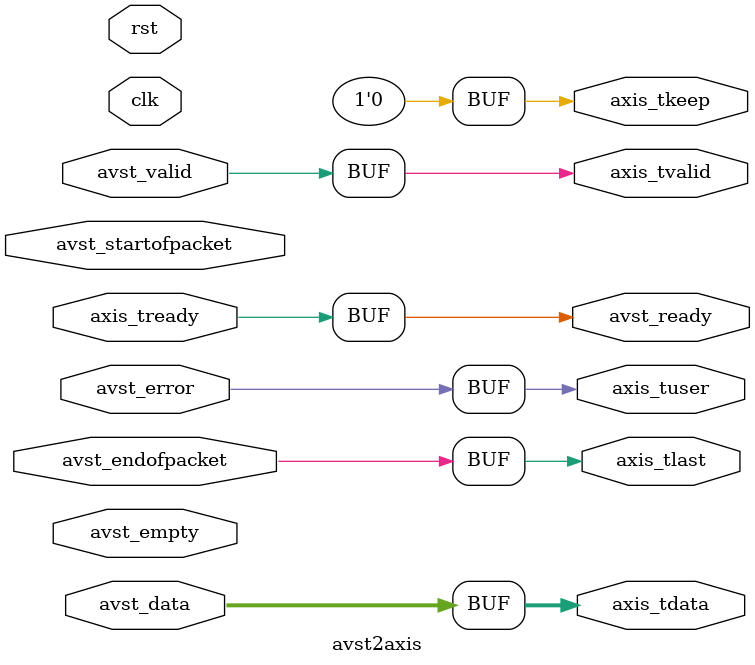
<source format=v>

/*

Copyright (c) 2021 Alex Forencich

Permission is hereby granted, free of charge, to any person obtaining a copy
of this software and associated documentation files (the "Software"), to deal
in the Software without restriction, including without limitation the rights
to use, copy, modify, merge, publish, distribute, sublicense, and/or sell
copies of the Software, and to permit persons to whom the Software is
furnished to do so, subject to the following conditions:

The above copyright notice and this permission notice shall be included in
all copies or substantial portions of the Software.

THE SOFTWARE IS PROVIDED "AS IS", WITHOUT WARRANTY OF ANY KIND, EXPRESS OR
IMPLIED, INCLUDING BUT NOT LIMITED TO THE WARRANTIES OF MERCHANTABILITY
FITNESS FOR A PARTICULAR PURPOSE AND NONINFRINGEMENT. IN NO EVENT SHALL THE
AUTHORS OR COPYRIGHT HOLDERS BE LIABLE FOR ANY CLAIM, DAMAGES OR OTHER
LIABILITY, WHETHER IN AN ACTION OF CONTRACT, TORT OR OTHERWISE, ARISING FROM,
OUT OF OR IN CONNECTION WITH THE SOFTWARE OR THE USE OR OTHER DEALINGS IN
THE SOFTWARE.

*/

// Language: Verilog 2001

`resetall
`timescale 1ns / 1ps
`default_nettype none

/*
 * Avalon-ST to AXI stream
 */
module avst2axis #(
    parameter DATA_WIDTH = 8,
    parameter KEEP_WIDTH = (DATA_WIDTH/8),
    parameter KEEP_ENABLE = (DATA_WIDTH>8),
    parameter EMPTY_WIDTH = $clog2(KEEP_WIDTH),
    parameter BYTE_REVERSE = 0
)
(
    input  wire                    clk,
    input  wire                    rst,

    output wire                    avst_ready,
    input  wire                    avst_valid,
    input  wire [DATA_WIDTH-1:0]   avst_data,
    input  wire                    avst_startofpacket,
    input  wire                    avst_endofpacket,
    input  wire [EMPTY_WIDTH-1:0]  avst_empty,
    input  wire                    avst_error,

    output wire [DATA_WIDTH-1:0]   axis_tdata,
    output wire [KEEP_WIDTH-1:0]   axis_tkeep,
    output wire                    axis_tvalid,
    input  wire                    axis_tready,
    output wire                    axis_tlast,
    output wire                    axis_tuser
);

parameter BYTE_WIDTH = KEEP_ENABLE ? DATA_WIDTH / KEEP_WIDTH : DATA_WIDTH;

assign avst_ready = axis_tready;

generate

genvar n;

if (BYTE_REVERSE) begin : rev
    for (n = 0; n < KEEP_WIDTH; n = n + 1) begin
        assign axis_tdata[n*BYTE_WIDTH +: BYTE_WIDTH] = avst_data[(KEEP_WIDTH-n-1)*BYTE_WIDTH +: BYTE_WIDTH];
    end
end else begin
    assign axis_tdata = avst_data;
end

endgenerate

assign axis_tkeep = KEEP_ENABLE ? {KEEP_WIDTH{1'b1}} >> avst_empty : 0;

assign axis_tvalid = avst_valid;
assign axis_tlast = avst_endofpacket;
assign axis_tuser = avst_error;

endmodule

`resetall

</source>
